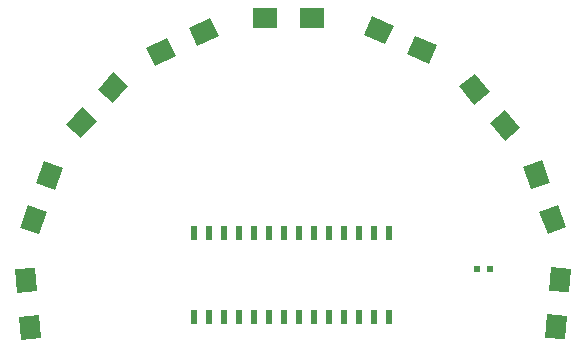
<source format=gbp>
G04 #@! TF.FileFunction,Paste,Bot*
%FSLAX46Y46*%
G04 Gerber Fmt 4.6, Leading zero omitted, Abs format (unit mm)*
G04 Created by KiCad (PCBNEW 4.0.7) date 05/31/18 15:48:07*
%MOMM*%
%LPD*%
G01*
G04 APERTURE LIST*
%ADD10C,0.100000*%
%ADD11R,0.600000X0.500000*%
%ADD12R,2.000000X1.700000*%
%ADD13R,0.508000X1.143000*%
G04 APERTURE END LIST*
D10*
D11*
X115805040Y-99100640D03*
X114705040Y-99100640D03*
D10*
G36*
X111290363Y-80148896D02*
X110598910Y-81701923D01*
X108771819Y-80888450D01*
X109463272Y-79335423D01*
X111290363Y-80148896D01*
X111290363Y-80148896D01*
G37*
G36*
X107636181Y-78521950D02*
X106944728Y-80074977D01*
X105117637Y-79261504D01*
X105809090Y-77708477D01*
X107636181Y-78521950D01*
X107636181Y-78521950D01*
G37*
G36*
X75548968Y-99142699D02*
X77242499Y-98994534D01*
X77416810Y-100986923D01*
X75723279Y-101135088D01*
X75548968Y-99142699D01*
X75548968Y-99142699D01*
G37*
G36*
X75897590Y-103127477D02*
X77591121Y-102979312D01*
X77765432Y-104971701D01*
X76071901Y-105119866D01*
X75897590Y-103127477D01*
X75897590Y-103127477D01*
G37*
G36*
X78052921Y-89955805D02*
X79650399Y-90537240D01*
X78966359Y-92416625D01*
X77368881Y-91835190D01*
X78052921Y-89955805D01*
X78052921Y-89955805D01*
G37*
G36*
X76684841Y-93714575D02*
X78282319Y-94296010D01*
X77598279Y-96175395D01*
X76000801Y-95593960D01*
X76684841Y-93714575D01*
X76684841Y-93714575D01*
G37*
G36*
X83925719Y-82444204D02*
X85189065Y-83581726D01*
X83850803Y-85068016D01*
X82587457Y-83930494D01*
X83925719Y-82444204D01*
X83925719Y-82444204D01*
G37*
G36*
X81249197Y-85416784D02*
X82512543Y-86554306D01*
X81174281Y-88040596D01*
X79910935Y-86903074D01*
X81249197Y-85416784D01*
X81249197Y-85416784D01*
G37*
G36*
X92123298Y-77819383D02*
X92841749Y-79360106D01*
X91029134Y-80205343D01*
X90310683Y-78664620D01*
X92123298Y-77819383D01*
X92123298Y-77819383D01*
G37*
G36*
X88498066Y-79509857D02*
X89216517Y-81050580D01*
X87403902Y-81895817D01*
X86685451Y-80355094D01*
X88498066Y-79509857D01*
X88498066Y-79509857D01*
G37*
D12*
X100755200Y-77876400D03*
X96755200Y-77876400D03*
D10*
G36*
X118352700Y-87146564D02*
X117050425Y-88239303D01*
X115764850Y-86707214D01*
X117067125Y-85614475D01*
X118352700Y-87146564D01*
X118352700Y-87146564D01*
G37*
G36*
X115781550Y-84082386D02*
X114479275Y-85175125D01*
X113193700Y-83643036D01*
X114495975Y-82550297D01*
X115781550Y-84082386D01*
X115781550Y-84082386D01*
G37*
G36*
X122271599Y-95543160D02*
X120674121Y-96124595D01*
X119990081Y-94245210D01*
X121587559Y-93663775D01*
X122271599Y-95543160D01*
X122271599Y-95543160D01*
G37*
G36*
X120903519Y-91784390D02*
X119306041Y-92365825D01*
X118622001Y-90486440D01*
X120219479Y-89905005D01*
X120903519Y-91784390D01*
X120903519Y-91784390D01*
G37*
G36*
X122149699Y-105069066D02*
X120456168Y-104920901D01*
X120630479Y-102928512D01*
X122324010Y-103076677D01*
X122149699Y-105069066D01*
X122149699Y-105069066D01*
G37*
G36*
X122498321Y-101084288D02*
X120804790Y-100936123D01*
X120979101Y-98943734D01*
X122672632Y-99091899D01*
X122498321Y-101084288D01*
X122498321Y-101084288D01*
G37*
D13*
X90766900Y-96024700D03*
X92036900Y-96024700D03*
X93306900Y-96024700D03*
X94576900Y-96024700D03*
X95846900Y-96024700D03*
X97116900Y-96024700D03*
X98386900Y-96024700D03*
X99656900Y-96024700D03*
X100926900Y-96024700D03*
X102196900Y-96024700D03*
X103466900Y-96024700D03*
X104736900Y-96024700D03*
X106006900Y-96024700D03*
X107276900Y-96024700D03*
X107276900Y-103136700D03*
X106006900Y-103136700D03*
X104736900Y-103136700D03*
X103466900Y-103136700D03*
X102196900Y-103136700D03*
X100926900Y-103136700D03*
X99656900Y-103136700D03*
X98386900Y-103136700D03*
X97116900Y-103136700D03*
X95846900Y-103136700D03*
X94576900Y-103136700D03*
X93306900Y-103136700D03*
X92036900Y-103136700D03*
X90766900Y-103136700D03*
M02*

</source>
